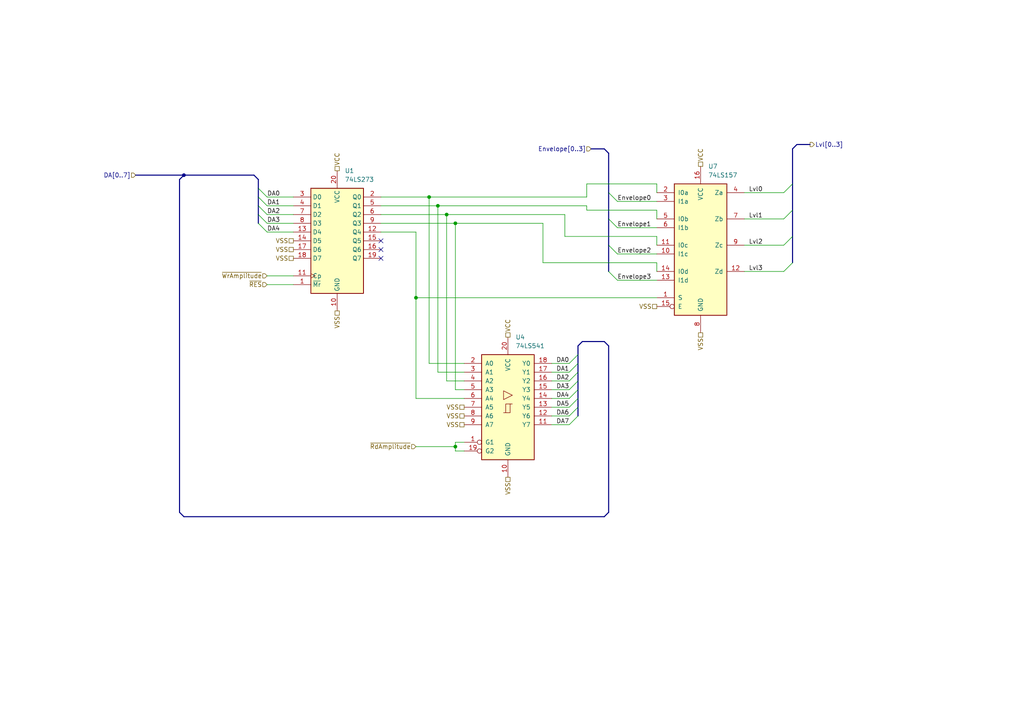
<source format=kicad_sch>
(kicad_sch (version 20230121) (generator eeschema)

  (uuid 9ecc9639-4d95-492b-9143-8d30d4a44c02)

  (paper "A4")

  (lib_symbols
    (symbol "74xx:74LS157" (pin_names (offset 1.016)) (in_bom yes) (on_board yes)
      (property "Reference" "U" (at -7.62 19.05 0)
        (effects (font (size 1.27 1.27)))
      )
      (property "Value" "74LS157" (at -7.62 -21.59 0)
        (effects (font (size 1.27 1.27)))
      )
      (property "Footprint" "" (at 0 0 0)
        (effects (font (size 1.27 1.27)) hide)
      )
      (property "Datasheet" "http://www.ti.com/lit/gpn/sn74LS157" (at 0 0 0)
        (effects (font (size 1.27 1.27)) hide)
      )
      (property "ki_locked" "" (at 0 0 0)
        (effects (font (size 1.27 1.27)))
      )
      (property "ki_keywords" "TTL MUX MUX2" (at 0 0 0)
        (effects (font (size 1.27 1.27)) hide)
      )
      (property "ki_description" "Quad 2 to 1 line Multiplexer" (at 0 0 0)
        (effects (font (size 1.27 1.27)) hide)
      )
      (property "ki_fp_filters" "DIP?16*" (at 0 0 0)
        (effects (font (size 1.27 1.27)) hide)
      )
      (symbol "74LS157_1_0"
        (pin input line (at -12.7 -15.24 0) (length 5.08)
          (name "S" (effects (font (size 1.27 1.27))))
          (number "1" (effects (font (size 1.27 1.27))))
        )
        (pin input line (at -12.7 -2.54 0) (length 5.08)
          (name "I1c" (effects (font (size 1.27 1.27))))
          (number "10" (effects (font (size 1.27 1.27))))
        )
        (pin input line (at -12.7 0 0) (length 5.08)
          (name "I0c" (effects (font (size 1.27 1.27))))
          (number "11" (effects (font (size 1.27 1.27))))
        )
        (pin output line (at 12.7 -7.62 180) (length 5.08)
          (name "Zd" (effects (font (size 1.27 1.27))))
          (number "12" (effects (font (size 1.27 1.27))))
        )
        (pin input line (at -12.7 -10.16 0) (length 5.08)
          (name "I1d" (effects (font (size 1.27 1.27))))
          (number "13" (effects (font (size 1.27 1.27))))
        )
        (pin input line (at -12.7 -7.62 0) (length 5.08)
          (name "I0d" (effects (font (size 1.27 1.27))))
          (number "14" (effects (font (size 1.27 1.27))))
        )
        (pin input inverted (at -12.7 -17.78 0) (length 5.08)
          (name "E" (effects (font (size 1.27 1.27))))
          (number "15" (effects (font (size 1.27 1.27))))
        )
        (pin power_in line (at 0 22.86 270) (length 5.08)
          (name "VCC" (effects (font (size 1.27 1.27))))
          (number "16" (effects (font (size 1.27 1.27))))
        )
        (pin input line (at -12.7 15.24 0) (length 5.08)
          (name "I0a" (effects (font (size 1.27 1.27))))
          (number "2" (effects (font (size 1.27 1.27))))
        )
        (pin input line (at -12.7 12.7 0) (length 5.08)
          (name "I1a" (effects (font (size 1.27 1.27))))
          (number "3" (effects (font (size 1.27 1.27))))
        )
        (pin output line (at 12.7 15.24 180) (length 5.08)
          (name "Za" (effects (font (size 1.27 1.27))))
          (number "4" (effects (font (size 1.27 1.27))))
        )
        (pin input line (at -12.7 7.62 0) (length 5.08)
          (name "I0b" (effects (font (size 1.27 1.27))))
          (number "5" (effects (font (size 1.27 1.27))))
        )
        (pin input line (at -12.7 5.08 0) (length 5.08)
          (name "I1b" (effects (font (size 1.27 1.27))))
          (number "6" (effects (font (size 1.27 1.27))))
        )
        (pin output line (at 12.7 7.62 180) (length 5.08)
          (name "Zb" (effects (font (size 1.27 1.27))))
          (number "7" (effects (font (size 1.27 1.27))))
        )
        (pin power_in line (at 0 -25.4 90) (length 5.08)
          (name "GND" (effects (font (size 1.27 1.27))))
          (number "8" (effects (font (size 1.27 1.27))))
        )
        (pin output line (at 12.7 0 180) (length 5.08)
          (name "Zc" (effects (font (size 1.27 1.27))))
          (number "9" (effects (font (size 1.27 1.27))))
        )
      )
      (symbol "74LS157_1_1"
        (rectangle (start -7.62 17.78) (end 7.62 -20.32)
          (stroke (width 0.254) (type default))
          (fill (type background))
        )
      )
    )
    (symbol "74xx:74LS273" (in_bom yes) (on_board yes)
      (property "Reference" "U" (at -7.62 16.51 0)
        (effects (font (size 1.27 1.27)))
      )
      (property "Value" "74LS273" (at -7.62 -16.51 0)
        (effects (font (size 1.27 1.27)))
      )
      (property "Footprint" "" (at 0 0 0)
        (effects (font (size 1.27 1.27)) hide)
      )
      (property "Datasheet" "http://www.ti.com/lit/gpn/sn74LS273" (at 0 0 0)
        (effects (font (size 1.27 1.27)) hide)
      )
      (property "ki_keywords" "TTL DFF DFF8" (at 0 0 0)
        (effects (font (size 1.27 1.27)) hide)
      )
      (property "ki_description" "8-bit D Flip-Flop, reset" (at 0 0 0)
        (effects (font (size 1.27 1.27)) hide)
      )
      (property "ki_fp_filters" "DIP?20* SO?20* SOIC?20*" (at 0 0 0)
        (effects (font (size 1.27 1.27)) hide)
      )
      (symbol "74LS273_1_0"
        (pin input line (at -12.7 -12.7 0) (length 5.08)
          (name "~{Mr}" (effects (font (size 1.27 1.27))))
          (number "1" (effects (font (size 1.27 1.27))))
        )
        (pin power_in line (at 0 -20.32 90) (length 5.08)
          (name "GND" (effects (font (size 1.27 1.27))))
          (number "10" (effects (font (size 1.27 1.27))))
        )
        (pin input clock (at -12.7 -10.16 0) (length 5.08)
          (name "Cp" (effects (font (size 1.27 1.27))))
          (number "11" (effects (font (size 1.27 1.27))))
        )
        (pin output line (at 12.7 2.54 180) (length 5.08)
          (name "Q4" (effects (font (size 1.27 1.27))))
          (number "12" (effects (font (size 1.27 1.27))))
        )
        (pin input line (at -12.7 2.54 0) (length 5.08)
          (name "D4" (effects (font (size 1.27 1.27))))
          (number "13" (effects (font (size 1.27 1.27))))
        )
        (pin input line (at -12.7 0 0) (length 5.08)
          (name "D5" (effects (font (size 1.27 1.27))))
          (number "14" (effects (font (size 1.27 1.27))))
        )
        (pin output line (at 12.7 0 180) (length 5.08)
          (name "Q5" (effects (font (size 1.27 1.27))))
          (number "15" (effects (font (size 1.27 1.27))))
        )
        (pin output line (at 12.7 -2.54 180) (length 5.08)
          (name "Q6" (effects (font (size 1.27 1.27))))
          (number "16" (effects (font (size 1.27 1.27))))
        )
        (pin input line (at -12.7 -2.54 0) (length 5.08)
          (name "D6" (effects (font (size 1.27 1.27))))
          (number "17" (effects (font (size 1.27 1.27))))
        )
        (pin input line (at -12.7 -5.08 0) (length 5.08)
          (name "D7" (effects (font (size 1.27 1.27))))
          (number "18" (effects (font (size 1.27 1.27))))
        )
        (pin output line (at 12.7 -5.08 180) (length 5.08)
          (name "Q7" (effects (font (size 1.27 1.27))))
          (number "19" (effects (font (size 1.27 1.27))))
        )
        (pin output line (at 12.7 12.7 180) (length 5.08)
          (name "Q0" (effects (font (size 1.27 1.27))))
          (number "2" (effects (font (size 1.27 1.27))))
        )
        (pin power_in line (at 0 20.32 270) (length 5.08)
          (name "VCC" (effects (font (size 1.27 1.27))))
          (number "20" (effects (font (size 1.27 1.27))))
        )
        (pin input line (at -12.7 12.7 0) (length 5.08)
          (name "D0" (effects (font (size 1.27 1.27))))
          (number "3" (effects (font (size 1.27 1.27))))
        )
        (pin input line (at -12.7 10.16 0) (length 5.08)
          (name "D1" (effects (font (size 1.27 1.27))))
          (number "4" (effects (font (size 1.27 1.27))))
        )
        (pin output line (at 12.7 10.16 180) (length 5.08)
          (name "Q1" (effects (font (size 1.27 1.27))))
          (number "5" (effects (font (size 1.27 1.27))))
        )
        (pin output line (at 12.7 7.62 180) (length 5.08)
          (name "Q2" (effects (font (size 1.27 1.27))))
          (number "6" (effects (font (size 1.27 1.27))))
        )
        (pin input line (at -12.7 7.62 0) (length 5.08)
          (name "D2" (effects (font (size 1.27 1.27))))
          (number "7" (effects (font (size 1.27 1.27))))
        )
        (pin input line (at -12.7 5.08 0) (length 5.08)
          (name "D3" (effects (font (size 1.27 1.27))))
          (number "8" (effects (font (size 1.27 1.27))))
        )
        (pin output line (at 12.7 5.08 180) (length 5.08)
          (name "Q3" (effects (font (size 1.27 1.27))))
          (number "9" (effects (font (size 1.27 1.27))))
        )
      )
      (symbol "74LS273_1_1"
        (rectangle (start -7.62 15.24) (end 7.62 -15.24)
          (stroke (width 0.254) (type default))
          (fill (type background))
        )
      )
    )
    (symbol "74xx:74LS541" (pin_names (offset 1.016)) (in_bom yes) (on_board yes)
      (property "Reference" "U" (at -7.62 16.51 0)
        (effects (font (size 1.27 1.27)))
      )
      (property "Value" "74LS541" (at -7.62 -16.51 0)
        (effects (font (size 1.27 1.27)))
      )
      (property "Footprint" "" (at 0 0 0)
        (effects (font (size 1.27 1.27)) hide)
      )
      (property "Datasheet" "http://www.ti.com/lit/gpn/sn74LS541" (at 0 0 0)
        (effects (font (size 1.27 1.27)) hide)
      )
      (property "ki_locked" "" (at 0 0 0)
        (effects (font (size 1.27 1.27)))
      )
      (property "ki_keywords" "TTL BUFFER 3State BUS" (at 0 0 0)
        (effects (font (size 1.27 1.27)) hide)
      )
      (property "ki_description" "8-bit Buffer/Line Driver 3-state outputs" (at 0 0 0)
        (effects (font (size 1.27 1.27)) hide)
      )
      (property "ki_fp_filters" "DIP?20*" (at 0 0 0)
        (effects (font (size 1.27 1.27)) hide)
      )
      (symbol "74LS541_1_0"
        (polyline
          (pts
            (xy -0.635 -1.6002)
            (xy -0.635 0.9398)
            (xy 0.635 0.9398)
          )
          (stroke (width 0) (type default))
          (fill (type none))
        )
        (polyline
          (pts
            (xy -1.27 -1.6002)
            (xy 0.635 -1.6002)
            (xy 0.635 0.9398)
            (xy 1.27 0.9398)
          )
          (stroke (width 0) (type default))
          (fill (type none))
        )
        (polyline
          (pts
            (xy 1.27 3.4798)
            (xy -1.27 4.7498)
            (xy -1.27 2.2098)
            (xy 1.27 3.4798)
          )
          (stroke (width 0.1524) (type default))
          (fill (type none))
        )
        (pin input inverted (at -12.7 -10.16 0) (length 5.08)
          (name "G1" (effects (font (size 1.27 1.27))))
          (number "1" (effects (font (size 1.27 1.27))))
        )
        (pin power_in line (at 0 -20.32 90) (length 5.08)
          (name "GND" (effects (font (size 1.27 1.27))))
          (number "10" (effects (font (size 1.27 1.27))))
        )
        (pin tri_state line (at 12.7 -5.08 180) (length 5.08)
          (name "Y7" (effects (font (size 1.27 1.27))))
          (number "11" (effects (font (size 1.27 1.27))))
        )
        (pin tri_state line (at 12.7 -2.54 180) (length 5.08)
          (name "Y6" (effects (font (size 1.27 1.27))))
          (number "12" (effects (font (size 1.27 1.27))))
        )
        (pin tri_state line (at 12.7 0 180) (length 5.08)
          (name "Y5" (effects (font (size 1.27 1.27))))
          (number "13" (effects (font (size 1.27 1.27))))
        )
        (pin tri_state line (at 12.7 2.54 180) (length 5.08)
          (name "Y4" (effects (font (size 1.27 1.27))))
          (number "14" (effects (font (size 1.27 1.27))))
        )
        (pin tri_state line (at 12.7 5.08 180) (length 5.08)
          (name "Y3" (effects (font (size 1.27 1.27))))
          (number "15" (effects (font (size 1.27 1.27))))
        )
        (pin tri_state line (at 12.7 7.62 180) (length 5.08)
          (name "Y2" (effects (font (size 1.27 1.27))))
          (number "16" (effects (font (size 1.27 1.27))))
        )
        (pin tri_state line (at 12.7 10.16 180) (length 5.08)
          (name "Y1" (effects (font (size 1.27 1.27))))
          (number "17" (effects (font (size 1.27 1.27))))
        )
        (pin tri_state line (at 12.7 12.7 180) (length 5.08)
          (name "Y0" (effects (font (size 1.27 1.27))))
          (number "18" (effects (font (size 1.27 1.27))))
        )
        (pin input inverted (at -12.7 -12.7 0) (length 5.08)
          (name "G2" (effects (font (size 1.27 1.27))))
          (number "19" (effects (font (size 1.27 1.27))))
        )
        (pin input line (at -12.7 12.7 0) (length 5.08)
          (name "A0" (effects (font (size 1.27 1.27))))
          (number "2" (effects (font (size 1.27 1.27))))
        )
        (pin power_in line (at 0 20.32 270) (length 5.08)
          (name "VCC" (effects (font (size 1.27 1.27))))
          (number "20" (effects (font (size 1.27 1.27))))
        )
        (pin input line (at -12.7 10.16 0) (length 5.08)
          (name "A1" (effects (font (size 1.27 1.27))))
          (number "3" (effects (font (size 1.27 1.27))))
        )
        (pin input line (at -12.7 7.62 0) (length 5.08)
          (name "A2" (effects (font (size 1.27 1.27))))
          (number "4" (effects (font (size 1.27 1.27))))
        )
        (pin input line (at -12.7 5.08 0) (length 5.08)
          (name "A3" (effects (font (size 1.27 1.27))))
          (number "5" (effects (font (size 1.27 1.27))))
        )
        (pin input line (at -12.7 2.54 0) (length 5.08)
          (name "A4" (effects (font (size 1.27 1.27))))
          (number "6" (effects (font (size 1.27 1.27))))
        )
        (pin input line (at -12.7 0 0) (length 5.08)
          (name "A5" (effects (font (size 1.27 1.27))))
          (number "7" (effects (font (size 1.27 1.27))))
        )
        (pin input line (at -12.7 -2.54 0) (length 5.08)
          (name "A6" (effects (font (size 1.27 1.27))))
          (number "8" (effects (font (size 1.27 1.27))))
        )
        (pin input line (at -12.7 -5.08 0) (length 5.08)
          (name "A7" (effects (font (size 1.27 1.27))))
          (number "9" (effects (font (size 1.27 1.27))))
        )
      )
      (symbol "74LS541_1_1"
        (rectangle (start -7.62 15.24) (end 7.62 -15.24)
          (stroke (width 0.254) (type default))
          (fill (type background))
        )
      )
    )
  )

  (junction (at 124.46 57.15) (diameter 0) (color 0 0 0 0)
    (uuid 073e0f45-5332-454d-99fc-02b2654ba941)
  )
  (junction (at 127 59.69) (diameter 0) (color 0 0 0 0)
    (uuid 58c8e7a6-148a-4052-bdfb-505aac8c0775)
  )
  (junction (at 132.08 64.77) (diameter 0) (color 0 0 0 0)
    (uuid 7acfde34-6a34-4ee3-9d69-e65faaacd6f5)
  )
  (junction (at 120.65 86.36) (diameter 0) (color 0 0 0 0)
    (uuid 89a02819-e227-4bc0-b86c-6cb9b7532681)
  )
  (junction (at 129.54 62.23) (diameter 0) (color 0 0 0 0)
    (uuid a03ef555-ddf8-4b4c-b7d7-2175d5d8e9c2)
  )
  (junction (at 53.34 50.8) (diameter 0) (color 0 0 0 0)
    (uuid c6bcfaa8-f492-4091-bd29-6e941e21a64f)
  )
  (junction (at 132.08 129.54) (diameter 0) (color 0 0 0 0)
    (uuid ff6e77e5-7be5-4d19-a622-f8d04288bbe8)
  )

  (no_connect (at 110.49 72.39) (uuid 4fa8caf8-b67a-4010-a744-d0b7b3f3598f))
  (no_connect (at 110.49 69.85) (uuid b33948ee-7166-43a7-b340-19477b9c7fef))
  (no_connect (at 110.49 74.93) (uuid e54f01b4-e6f7-45e0-a930-cfc76e922e8a))

  (bus_entry (at 167.64 115.57) (size -2.54 2.54)
    (stroke (width 0) (type default))
    (uuid 096cf595-e90f-4cc5-8992-fed924df19cf)
  )
  (bus_entry (at 229.87 53.34) (size -2.54 2.54)
    (stroke (width 0) (type default))
    (uuid 256e1897-4649-4c53-96af-11d2971cf019)
  )
  (bus_entry (at 176.53 63.5) (size 2.54 2.54)
    (stroke (width 0) (type default))
    (uuid 3eb31a35-87eb-421e-8ec4-8d0c59237712)
  )
  (bus_entry (at 74.93 64.77) (size 2.54 2.54)
    (stroke (width 0) (type default))
    (uuid 3f415a90-bc66-46d6-af24-4032e15e64d1)
  )
  (bus_entry (at 167.64 107.95) (size -2.54 2.54)
    (stroke (width 0) (type default))
    (uuid 3fdf3547-a7d9-4fe8-bbb4-dd47d1260fb0)
  )
  (bus_entry (at 167.64 118.11) (size -2.54 2.54)
    (stroke (width 0) (type default))
    (uuid 460822dd-63d0-4190-8fd3-32230929e9e6)
  )
  (bus_entry (at 176.53 78.74) (size 2.54 2.54)
    (stroke (width 0) (type default))
    (uuid 55a689b1-d4aa-459e-b2af-4c96083c79ca)
  )
  (bus_entry (at 167.64 120.65) (size -2.54 2.54)
    (stroke (width 0) (type default))
    (uuid 6d4be053-f214-4f81-9181-f82b603dc6ee)
  )
  (bus_entry (at 176.53 71.12) (size 2.54 2.54)
    (stroke (width 0) (type default))
    (uuid 7329d49d-6251-4d7d-8af2-c07dd57b39ee)
  )
  (bus_entry (at 229.87 68.58) (size -2.54 2.54)
    (stroke (width 0) (type default))
    (uuid 7cf68093-44e0-4d00-b67d-981135dd6157)
  )
  (bus_entry (at 74.93 62.23) (size 2.54 2.54)
    (stroke (width 0) (type default))
    (uuid 8d7f404f-7b1a-49d4-963a-056181b9c3cd)
  )
  (bus_entry (at 167.64 105.41) (size -2.54 2.54)
    (stroke (width 0) (type default))
    (uuid 926be4c3-66e1-499e-aba1-0f2af6b7f3ff)
  )
  (bus_entry (at 167.64 110.49) (size -2.54 2.54)
    (stroke (width 0) (type default))
    (uuid 99e601cd-53a6-475d-9430-922bc3644f3f)
  )
  (bus_entry (at 229.87 76.2) (size -2.54 2.54)
    (stroke (width 0) (type default))
    (uuid bfd2f88a-3db6-4ac9-a640-be844db2487a)
  )
  (bus_entry (at 74.93 54.61) (size 2.54 2.54)
    (stroke (width 0) (type default))
    (uuid ce4ac0ec-b93e-45c7-88b7-decad4a2f7e8)
  )
  (bus_entry (at 229.87 60.96) (size -2.54 2.54)
    (stroke (width 0) (type default))
    (uuid d813ea6a-afe5-4478-ac74-4f2e1648ad18)
  )
  (bus_entry (at 167.64 113.03) (size -2.54 2.54)
    (stroke (width 0) (type default))
    (uuid d8f8de17-214d-42e4-850c-af59ec74f417)
  )
  (bus_entry (at 74.93 57.15) (size 2.54 2.54)
    (stroke (width 0) (type default))
    (uuid db2f07bb-6f1a-48f4-a26c-541e71b4e511)
  )
  (bus_entry (at 74.93 59.69) (size 2.54 2.54)
    (stroke (width 0) (type default))
    (uuid dd33a71c-4a11-4b4b-b51c-f82d5fb6e2e9)
  )
  (bus_entry (at 167.64 102.87) (size -2.54 2.54)
    (stroke (width 0) (type default))
    (uuid eb64b542-d963-42bb-9dbd-4d2ae7071487)
  )
  (bus_entry (at 176.53 55.88) (size 2.54 2.54)
    (stroke (width 0) (type default))
    (uuid f4198ed1-8e66-47ff-a359-7b74ba8f7cdb)
  )

  (wire (pts (xy 227.33 55.88) (xy 215.9 55.88))
    (stroke (width 0) (type default))
    (uuid 060a6da2-2e0a-4f48-b324-0eaba7c73b78)
  )
  (bus (pts (xy 52.07 148.59) (xy 52.07 52.07))
    (stroke (width 0) (type default))
    (uuid 06316fcf-6f9a-410f-af86-7f41e5f9b29b)
  )

  (wire (pts (xy 129.54 110.49) (xy 129.54 62.23))
    (stroke (width 0) (type default))
    (uuid 06348d19-d5f2-4a7a-a553-7a6e8cdfe783)
  )
  (wire (pts (xy 190.5 53.34) (xy 190.5 55.88))
    (stroke (width 0) (type default))
    (uuid 0a7336d5-c0e5-4d94-b180-d0cbd4b67906)
  )
  (wire (pts (xy 124.46 57.15) (xy 170.18 57.15))
    (stroke (width 0) (type default))
    (uuid 0abefcad-f344-4758-bc5c-481b4c055ff0)
  )
  (bus (pts (xy 231.14 41.91) (xy 234.95 41.91))
    (stroke (width 0) (type default))
    (uuid 0ffb5c18-8d05-4bc9-9e5b-591e1fff7c72)
  )

  (wire (pts (xy 120.65 86.36) (xy 120.65 115.57))
    (stroke (width 0) (type default))
    (uuid 13818671-9920-4bd0-8863-4d2fa3b62264)
  )
  (bus (pts (xy 167.64 115.57) (xy 167.64 118.11))
    (stroke (width 0) (type default))
    (uuid 148a0a6b-a522-47fc-af83-54fb379c014e)
  )
  (bus (pts (xy 74.93 52.07) (xy 74.93 54.61))
    (stroke (width 0) (type default))
    (uuid 162ff562-6641-484d-9b23-2bdffca08350)
  )

  (wire (pts (xy 170.18 53.34) (xy 170.18 57.15))
    (stroke (width 0) (type default))
    (uuid 16a67115-b48e-4304-8da3-3e8003a7d9cf)
  )
  (bus (pts (xy 167.64 118.11) (xy 167.64 120.65))
    (stroke (width 0) (type default))
    (uuid 17113181-7488-418c-9bfc-63a2402e57b8)
  )

  (wire (pts (xy 160.02 120.65) (xy 165.1 120.65))
    (stroke (width 0) (type default))
    (uuid 191e4526-6272-4834-9e10-10258147d12b)
  )
  (bus (pts (xy 74.93 57.15) (xy 74.93 59.69))
    (stroke (width 0) (type default))
    (uuid 1b7b4ea9-8e4c-42a2-82ee-48f39992183a)
  )
  (bus (pts (xy 229.87 43.18) (xy 229.87 53.34))
    (stroke (width 0) (type default))
    (uuid 1d996bc1-ac32-4b16-985d-698145cdebc9)
  )
  (bus (pts (xy 53.34 149.86) (xy 175.26 149.86))
    (stroke (width 0) (type default))
    (uuid 2035f49f-2d02-4f2a-a2db-3ddd4df029b9)
  )

  (wire (pts (xy 134.62 107.95) (xy 127 107.95))
    (stroke (width 0) (type default))
    (uuid 237500b3-576a-4f9a-991a-8d5da331545f)
  )
  (wire (pts (xy 227.33 71.12) (xy 215.9 71.12))
    (stroke (width 0) (type default))
    (uuid 23eeff0a-b77b-4016-b1ca-9d28806f0466)
  )
  (bus (pts (xy 74.93 62.23) (xy 74.93 64.77))
    (stroke (width 0) (type default))
    (uuid 2550efdc-389a-4989-9d99-7aee9c5df287)
  )
  (bus (pts (xy 167.64 100.33) (xy 167.64 102.87))
    (stroke (width 0) (type default))
    (uuid 25eb0c0e-e17f-4111-811d-052a038c68ea)
  )

  (wire (pts (xy 134.62 105.41) (xy 124.46 105.41))
    (stroke (width 0) (type default))
    (uuid 2ccd224f-0a71-4ef3-be8d-798ae66edcfd)
  )
  (bus (pts (xy 176.53 148.59) (xy 175.26 149.86))
    (stroke (width 0) (type default))
    (uuid 2de1f335-ea20-4562-ba42-95223544b14b)
  )

  (wire (pts (xy 132.08 64.77) (xy 157.48 64.77))
    (stroke (width 0) (type default))
    (uuid 2e2f804c-b36b-43e5-b2d9-3f886547e14f)
  )
  (wire (pts (xy 77.47 59.69) (xy 85.09 59.69))
    (stroke (width 0) (type default))
    (uuid 3037d1c4-67e9-4ed6-9e3f-340ed45a98f9)
  )
  (wire (pts (xy 120.65 129.54) (xy 132.08 129.54))
    (stroke (width 0) (type default))
    (uuid 3389c8b9-83cd-4a81-8703-23c0b23c0485)
  )
  (wire (pts (xy 160.02 113.03) (xy 165.1 113.03))
    (stroke (width 0) (type default))
    (uuid 3892c12d-5557-44b3-9b47-17e353b5f6e4)
  )
  (bus (pts (xy 175.26 99.06) (xy 176.53 100.33))
    (stroke (width 0) (type default))
    (uuid 38ccada5-10f9-4691-88e0-a020a8cbd492)
  )

  (wire (pts (xy 157.48 76.2) (xy 190.5 76.2))
    (stroke (width 0) (type default))
    (uuid 38d16201-7bef-4e04-92a3-dbfa88bcc1c9)
  )
  (wire (pts (xy 129.54 62.23) (xy 163.83 62.23))
    (stroke (width 0) (type default))
    (uuid 416ab5f3-7895-4ec8-ac78-0f913cda6e1d)
  )
  (wire (pts (xy 190.5 78.74) (xy 190.5 76.2))
    (stroke (width 0) (type default))
    (uuid 41f12573-360a-45a0-9a87-922f94f751a1)
  )
  (bus (pts (xy 171.45 43.18) (xy 175.26 43.18))
    (stroke (width 0) (type default))
    (uuid 43076957-87db-495c-8485-60768a275f8e)
  )
  (bus (pts (xy 52.07 52.07) (xy 53.34 50.8))
    (stroke (width 0) (type default))
    (uuid 44107081-f252-492a-b6a3-4c5115fa3b28)
  )

  (wire (pts (xy 110.49 64.77) (xy 132.08 64.77))
    (stroke (width 0) (type default))
    (uuid 478c67a8-984f-4ae7-899d-2566cfea6d9f)
  )
  (wire (pts (xy 110.49 67.31) (xy 120.65 67.31))
    (stroke (width 0) (type default))
    (uuid 485e7e98-b8b1-4c04-bfd1-a8400888c8e0)
  )
  (wire (pts (xy 163.83 62.23) (xy 163.83 68.58))
    (stroke (width 0) (type default))
    (uuid 4c3fc325-14ef-4e78-940a-926a24983e67)
  )
  (bus (pts (xy 53.34 50.8) (xy 73.66 50.8))
    (stroke (width 0) (type default))
    (uuid 4f29de73-b004-4215-9462-a7c58007ac52)
  )

  (wire (pts (xy 132.08 128.27) (xy 134.62 128.27))
    (stroke (width 0) (type default))
    (uuid 55e40ac2-2052-4561-a4a8-6deecb0b2eb2)
  )
  (wire (pts (xy 77.47 67.31) (xy 85.09 67.31))
    (stroke (width 0) (type default))
    (uuid 59bd669a-5af8-4421-91d7-060d74918c4b)
  )
  (wire (pts (xy 190.5 63.5) (xy 190.5 60.96))
    (stroke (width 0) (type default))
    (uuid 5a45eba7-3a41-458c-b2a3-08008528d8e1)
  )
  (wire (pts (xy 190.5 71.12) (xy 190.5 68.58))
    (stroke (width 0) (type default))
    (uuid 5b5a0d5a-596d-4437-a6ce-267bc027f64e)
  )
  (wire (pts (xy 127 107.95) (xy 127 59.69))
    (stroke (width 0) (type default))
    (uuid 62bdc3a9-07ea-406e-999d-02a2bf9b52f6)
  )
  (wire (pts (xy 160.02 105.41) (xy 165.1 105.41))
    (stroke (width 0) (type default))
    (uuid 63bd2a3f-bbb3-40f4-9041-0d687b1b2429)
  )
  (bus (pts (xy 168.91 99.06) (xy 167.64 100.33))
    (stroke (width 0) (type default))
    (uuid 6991a5b9-7dc4-4949-adbf-d8cc7443e28d)
  )

  (wire (pts (xy 227.33 63.5) (xy 215.9 63.5))
    (stroke (width 0) (type default))
    (uuid 69d6beaa-849f-4cae-9f2f-161c0860d73d)
  )
  (wire (pts (xy 179.07 58.42) (xy 190.5 58.42))
    (stroke (width 0) (type default))
    (uuid 6aed75ae-b17c-48ee-8b5f-c58a6b1b41ca)
  )
  (bus (pts (xy 167.64 107.95) (xy 167.64 110.49))
    (stroke (width 0) (type default))
    (uuid 6bcdcd9d-b3c1-41d8-82e3-10d09d3869c3)
  )

  (wire (pts (xy 157.48 64.77) (xy 157.48 76.2))
    (stroke (width 0) (type default))
    (uuid 772e079f-03eb-4165-b26b-dbf99ca6a17c)
  )
  (bus (pts (xy 229.87 60.96) (xy 229.87 68.58))
    (stroke (width 0) (type default))
    (uuid 79509855-0777-408f-979c-a0d3ff763972)
  )

  (wire (pts (xy 127 59.69) (xy 170.18 59.69))
    (stroke (width 0) (type default))
    (uuid 7e4b179b-f123-4485-b5e0-408b31b03169)
  )
  (wire (pts (xy 170.18 59.69) (xy 170.18 60.96))
    (stroke (width 0) (type default))
    (uuid 846a5331-1a94-44ee-a1d9-869075ef90a2)
  )
  (bus (pts (xy 168.91 99.06) (xy 175.26 99.06))
    (stroke (width 0) (type default))
    (uuid 8bd8d261-3e13-4106-9e1f-999f0f1189b6)
  )
  (bus (pts (xy 167.64 110.49) (xy 167.64 113.03))
    (stroke (width 0) (type default))
    (uuid 8eccd790-2ec1-4057-aed4-4804ac9eebc4)
  )
  (bus (pts (xy 176.53 63.5) (xy 176.53 71.12))
    (stroke (width 0) (type default))
    (uuid 92b1c51e-4b10-48c1-8e38-fe26caedd76d)
  )

  (wire (pts (xy 170.18 60.96) (xy 190.5 60.96))
    (stroke (width 0) (type default))
    (uuid 9b027e49-0046-4ceb-be2b-0393c4ab4776)
  )
  (bus (pts (xy 74.93 59.69) (xy 74.93 62.23))
    (stroke (width 0) (type default))
    (uuid 9bf3a85c-8135-49f6-bcf5-4d3c9161e4d9)
  )

  (wire (pts (xy 120.65 86.36) (xy 190.5 86.36))
    (stroke (width 0) (type default))
    (uuid 9d229309-e716-4575-98e9-cdcc4aa8165d)
  )
  (bus (pts (xy 176.53 55.88) (xy 176.53 63.5))
    (stroke (width 0) (type default))
    (uuid 9f362c1d-02ca-490f-824f-4e08184a1a9e)
  )

  (wire (pts (xy 132.08 130.81) (xy 132.08 129.54))
    (stroke (width 0) (type default))
    (uuid 9fed932a-5fa2-42e6-988c-6bfc258c9544)
  )
  (bus (pts (xy 176.53 71.12) (xy 176.53 78.74))
    (stroke (width 0) (type default))
    (uuid a022fe5e-c593-46d8-98b6-b03e04d297ee)
  )

  (wire (pts (xy 132.08 64.77) (xy 132.08 113.03))
    (stroke (width 0) (type default))
    (uuid a128e4bc-8696-4280-8356-cf06855b7d67)
  )
  (wire (pts (xy 124.46 57.15) (xy 124.46 105.41))
    (stroke (width 0) (type default))
    (uuid a314115c-78d4-46f6-919b-9129ece4996f)
  )
  (bus (pts (xy 167.64 105.41) (xy 167.64 107.95))
    (stroke (width 0) (type default))
    (uuid a5974a29-7cd2-4e02-ad0f-c9b372a41572)
  )

  (wire (pts (xy 132.08 129.54) (xy 132.08 128.27))
    (stroke (width 0) (type default))
    (uuid a723e805-0483-45ce-a7ce-8b8d3ce2c3cc)
  )
  (wire (pts (xy 110.49 59.69) (xy 127 59.69))
    (stroke (width 0) (type default))
    (uuid a9566a4b-abc0-4df0-9c17-772fd0fb64c4)
  )
  (wire (pts (xy 134.62 113.03) (xy 132.08 113.03))
    (stroke (width 0) (type default))
    (uuid aa470ff9-3b14-4b78-b7ac-82ac5e07bf45)
  )
  (wire (pts (xy 77.47 64.77) (xy 85.09 64.77))
    (stroke (width 0) (type default))
    (uuid aa757551-dfb7-49d0-8c5f-62c5911e3926)
  )
  (wire (pts (xy 163.83 68.58) (xy 190.5 68.58))
    (stroke (width 0) (type default))
    (uuid ac1ddea8-a1e2-448f-a0d3-7a613bbccf08)
  )
  (wire (pts (xy 110.49 57.15) (xy 124.46 57.15))
    (stroke (width 0) (type default))
    (uuid ae1ef7e1-e7fc-419b-96ca-f61eda4be47a)
  )
  (wire (pts (xy 134.62 130.81) (xy 132.08 130.81))
    (stroke (width 0) (type default))
    (uuid b30dee7b-b47a-4335-a14c-68daea586370)
  )
  (wire (pts (xy 160.02 107.95) (xy 165.1 107.95))
    (stroke (width 0) (type default))
    (uuid b4334f97-5d10-4080-bdf4-6d82937ce4bb)
  )
  (wire (pts (xy 77.47 62.23) (xy 85.09 62.23))
    (stroke (width 0) (type default))
    (uuid b495869f-b05d-4c58-8910-a87c23498aa7)
  )
  (wire (pts (xy 179.07 81.28) (xy 190.5 81.28))
    (stroke (width 0) (type default))
    (uuid bc0aa4bf-8bd2-44c4-8950-76060c57958d)
  )
  (wire (pts (xy 160.02 110.49) (xy 165.1 110.49))
    (stroke (width 0) (type default))
    (uuid bcf8b9a2-0b3b-4b1e-a95e-2455fae68a7f)
  )
  (bus (pts (xy 229.87 53.34) (xy 229.87 60.96))
    (stroke (width 0) (type default))
    (uuid c17a7eec-0ae1-4388-9774-31679a72ee8b)
  )
  (bus (pts (xy 39.37 50.8) (xy 53.34 50.8))
    (stroke (width 0) (type default))
    (uuid c3f44969-3071-46f1-a946-dd5874461b61)
  )

  (wire (pts (xy 160.02 118.11) (xy 165.1 118.11))
    (stroke (width 0) (type default))
    (uuid c864011c-e3f6-460c-9583-42d9e57d825b)
  )
  (wire (pts (xy 160.02 123.19) (xy 165.1 123.19))
    (stroke (width 0) (type default))
    (uuid ca8c4779-9606-408f-9bd2-b29ba97dd474)
  )
  (bus (pts (xy 176.53 44.45) (xy 176.53 55.88))
    (stroke (width 0) (type default))
    (uuid cbd23a02-b9ad-4dc6-b15e-2b7c6f29ffae)
  )

  (wire (pts (xy 77.47 57.15) (xy 85.09 57.15))
    (stroke (width 0) (type default))
    (uuid ce01c901-90a0-45a2-a945-160dad185d35)
  )
  (bus (pts (xy 167.64 113.03) (xy 167.64 115.57))
    (stroke (width 0) (type default))
    (uuid cf2001fe-56a2-4ea9-8007-86f6ae60d1ba)
  )

  (wire (pts (xy 227.33 78.74) (xy 215.9 78.74))
    (stroke (width 0) (type default))
    (uuid cf9df53a-8e58-4fbd-93b6-6ad4cdbf8b68)
  )
  (wire (pts (xy 77.47 80.01) (xy 85.09 80.01))
    (stroke (width 0) (type default))
    (uuid d039d3fc-c891-4b9f-b839-0c83f84986f7)
  )
  (bus (pts (xy 231.14 41.91) (xy 229.87 43.18))
    (stroke (width 0) (type default))
    (uuid d1768861-21c2-46bd-8820-412b177f9f66)
  )

  (wire (pts (xy 120.65 115.57) (xy 134.62 115.57))
    (stroke (width 0) (type default))
    (uuid d8a74657-e631-49c7-895a-d6333da580c2)
  )
  (bus (pts (xy 175.26 43.18) (xy 176.53 44.45))
    (stroke (width 0) (type default))
    (uuid da73a747-9652-49d9-ba83-0b4729b473f9)
  )
  (bus (pts (xy 53.34 149.86) (xy 52.07 148.59))
    (stroke (width 0) (type default))
    (uuid ddb58335-2c78-4a13-b650-4dc26d402b2d)
  )

  (wire (pts (xy 179.07 66.04) (xy 190.5 66.04))
    (stroke (width 0) (type default))
    (uuid e306d166-a10d-44a3-9421-7385625ca1bc)
  )
  (bus (pts (xy 176.53 100.33) (xy 176.53 148.59))
    (stroke (width 0) (type default))
    (uuid e3a77f98-65b2-46d5-92f0-8a9845e969fa)
  )

  (wire (pts (xy 77.47 82.55) (xy 85.09 82.55))
    (stroke (width 0) (type default))
    (uuid e436f4a8-bced-4bd5-8cdc-4a5abc0ffc14)
  )
  (wire (pts (xy 160.02 115.57) (xy 165.1 115.57))
    (stroke (width 0) (type default))
    (uuid eb833c23-af22-4480-b5b2-18459edac72b)
  )
  (bus (pts (xy 167.64 102.87) (xy 167.64 105.41))
    (stroke (width 0) (type default))
    (uuid ef2e009b-90d0-4245-82ff-924c34905ff9)
  )

  (wire (pts (xy 120.65 67.31) (xy 120.65 86.36))
    (stroke (width 0) (type default))
    (uuid ef7b1b57-2b83-4d71-b5ae-50baebc1fe8d)
  )
  (wire (pts (xy 110.49 62.23) (xy 129.54 62.23))
    (stroke (width 0) (type default))
    (uuid f196ccdc-d905-4aaa-8443-202a0ef0ec68)
  )
  (bus (pts (xy 74.93 54.61) (xy 74.93 57.15))
    (stroke (width 0) (type default))
    (uuid f1c0345f-50e4-4b6c-b9fa-8f0c5386b879)
  )
  (bus (pts (xy 73.66 50.8) (xy 74.93 52.07))
    (stroke (width 0) (type default))
    (uuid fa5ddec1-a23f-497b-a408-583534fb575e)
  )

  (wire (pts (xy 134.62 110.49) (xy 129.54 110.49))
    (stroke (width 0) (type default))
    (uuid fa6ebe10-1c69-4c4b-aaae-b53f3d36c351)
  )
  (bus (pts (xy 229.87 68.58) (xy 229.87 76.2))
    (stroke (width 0) (type default))
    (uuid fb1f90e4-e0c9-4bde-be1b-68c9ff52d413)
  )

  (wire (pts (xy 170.18 53.34) (xy 190.5 53.34))
    (stroke (width 0) (type default))
    (uuid fc688968-4a29-4afd-992e-d78a58e541e2)
  )
  (wire (pts (xy 179.07 73.66) (xy 190.5 73.66))
    (stroke (width 0) (type default))
    (uuid fd16fec6-7da4-4590-a4e1-ae1fac1cb8fb)
  )

  (label "DA2" (at 165.1 110.49 180) (fields_autoplaced)
    (effects (font (size 1.27 1.27)) (justify right bottom))
    (uuid 1092629e-c649-45dc-953e-e5085d07b4ae)
  )
  (label "Lvl2" (at 217.17 71.12 0) (fields_autoplaced)
    (effects (font (size 1.27 1.27)) (justify left bottom))
    (uuid 2d1a8b43-d3b6-4819-a8ef-56cc874407f8)
  )
  (label "DA4" (at 165.1 115.57 180) (fields_autoplaced)
    (effects (font (size 1.27 1.27)) (justify right bottom))
    (uuid 355cd6a7-4abf-47ef-862f-566a7ae0b439)
  )
  (label "DA2" (at 77.47 62.23 0) (fields_autoplaced)
    (effects (font (size 1.27 1.27)) (justify left bottom))
    (uuid 37b50d8e-b562-4fce-a4df-7622261aa6a8)
  )
  (label "Lvl0" (at 217.17 55.88 0) (fields_autoplaced)
    (effects (font (size 1.27 1.27)) (justify left bottom))
    (uuid 4a186cb1-294f-4edc-8aa6-425bb35c7722)
  )
  (label "DA4" (at 77.47 67.31 0) (fields_autoplaced)
    (effects (font (size 1.27 1.27)) (justify left bottom))
    (uuid 50d141d3-9fe2-4141-883e-3db7749da046)
  )
  (label "Envelope3" (at 179.07 81.28 0) (fields_autoplaced)
    (effects (font (size 1.27 1.27)) (justify left bottom))
    (uuid 6f3d0a45-9af1-427e-b778-c58a0f77cd96)
  )
  (label "DA5" (at 165.1 118.11 180) (fields_autoplaced)
    (effects (font (size 1.27 1.27)) (justify right bottom))
    (uuid 8794ec5d-e6d2-4eb9-88ea-7da13999fc35)
  )
  (label "DA0" (at 165.1 105.41 180) (fields_autoplaced)
    (effects (font (size 1.27 1.27)) (justify right bottom))
    (uuid a5e853e4-c6aa-413e-ad17-9670cb32a705)
  )
  (label "DA3" (at 165.1 113.03 180) (fields_autoplaced)
    (effects (font (size 1.27 1.27)) (justify right bottom))
    (uuid a9c6f5f9-cedb-4f7a-aad7-042e945daf71)
  )
  (label "Envelope2" (at 179.07 73.66 0) (fields_autoplaced)
    (effects (font (size 1.27 1.27)) (justify left bottom))
    (uuid ae9f2e6e-214c-432a-8dcb-f730552c413c)
  )
  (label "DA1" (at 165.1 107.95 180) (fields_autoplaced)
    (effects (font (size 1.27 1.27)) (justify right bottom))
    (uuid bb5fd45e-687d-46e4-895d-130cdc50a4ce)
  )
  (label "Lvl3" (at 217.17 78.74 0) (fields_autoplaced)
    (effects (font (size 1.27 1.27)) (justify left bottom))
    (uuid cef315c1-3ca0-49f1-b612-9bc1827e158d)
  )
  (label "DA1" (at 77.47 59.69 0) (fields_autoplaced)
    (effects (font (size 1.27 1.27)) (justify left bottom))
    (uuid d36f7e5b-b113-4c90-8d27-dab2ad332694)
  )
  (label "DA3" (at 77.47 64.77 0) (fields_autoplaced)
    (effects (font (size 1.27 1.27)) (justify left bottom))
    (uuid d3b350a6-9d57-4725-b08a-fc41495587f3)
  )
  (label "DA7" (at 165.1 123.19 180) (fields_autoplaced)
    (effects (font (size 1.27 1.27)) (justify right bottom))
    (uuid e157cf67-dcf6-4ac8-a0c2-f9be08d9ecb6)
  )
  (label "Envelope0" (at 179.07 58.42 0) (fields_autoplaced)
    (effects (font (size 1.27 1.27)) (justify left bottom))
    (uuid e6365bd2-04f8-4b18-99f3-abcb9abe56cd)
  )
  (label "DA0" (at 77.47 57.15 0) (fields_autoplaced)
    (effects (font (size 1.27 1.27)) (justify left bottom))
    (uuid ee417d81-c672-4c34-8da4-e2e21b4ff3e1)
  )
  (label "Envelope1" (at 179.07 66.04 0) (fields_autoplaced)
    (effects (font (size 1.27 1.27)) (justify left bottom))
    (uuid f28d6dd9-0f47-480c-a6d5-b3c1c28741ab)
  )
  (label "DA6" (at 165.1 120.65 180) (fields_autoplaced)
    (effects (font (size 1.27 1.27)) (justify right bottom))
    (uuid f49ce9b0-c5d7-41ba-b7f2-504ae017752d)
  )
  (label "Lvl1" (at 217.17 63.5 0) (fields_autoplaced)
    (effects (font (size 1.27 1.27)) (justify left bottom))
    (uuid fd6e3e09-1b90-4254-a2ea-ff9f84cdbb93)
  )

  (hierarchical_label "VSS" (shape passive) (at 134.62 120.65 180) (fields_autoplaced)
    (effects (font (size 1.27 1.27)) (justify right))
    (uuid 0a6b9d4a-dae5-4a7a-b24f-1575e060559d)
  )
  (hierarchical_label "VCC" (shape passive) (at 203.2 48.26 90) (fields_autoplaced)
    (effects (font (size 1.27 1.27)) (justify left))
    (uuid 31a7c6a9-d8e8-4ad3-a791-2af981da4de1)
  )
  (hierarchical_label "VSS" (shape passive) (at 97.79 90.17 270) (fields_autoplaced)
    (effects (font (size 1.27 1.27)) (justify right))
    (uuid 35aba3e6-53e1-4b48-aebc-e34db50e7dca)
  )
  (hierarchical_label "DA[0..7]" (shape input) (at 39.37 50.8 180) (fields_autoplaced)
    (effects (font (size 1.27 1.27)) (justify right))
    (uuid 3c1673a0-8aec-447d-9bd6-463c3d8c9fcd)
  )
  (hierarchical_label "VCC" (shape passive) (at 147.32 97.79 90) (fields_autoplaced)
    (effects (font (size 1.27 1.27)) (justify left))
    (uuid 4c6437d0-de43-48e2-ad73-3cb91435e495)
  )
  (hierarchical_label "VSS" (shape passive) (at 85.09 74.93 180) (fields_autoplaced)
    (effects (font (size 1.27 1.27)) (justify right))
    (uuid 5832600d-afbf-4623-acee-22b0e2c2856e)
  )
  (hierarchical_label "VSS" (shape passive) (at 85.09 69.85 180) (fields_autoplaced)
    (effects (font (size 1.27 1.27)) (justify right))
    (uuid 64ab180f-fe42-454c-bdef-5cb8c81984f4)
  )
  (hierarchical_label "~{RES}" (shape input) (at 77.47 82.55 180) (fields_autoplaced)
    (effects (font (size 1.27 1.27)) (justify right))
    (uuid 69c2fba0-b6de-4f07-bba6-79dc14022629)
  )
  (hierarchical_label "VCC" (shape passive) (at 97.79 49.53 90) (fields_autoplaced)
    (effects (font (size 1.27 1.27)) (justify left))
    (uuid 6d7cc188-24c2-4deb-985f-73794a029132)
  )
  (hierarchical_label "VSS" (shape passive) (at 203.2 96.52 270) (fields_autoplaced)
    (effects (font (size 1.27 1.27)) (justify right))
    (uuid 9aa39ba0-812f-4f5e-861d-d5d8cdcee3bd)
  )
  (hierarchical_label "VSS" (shape passive) (at 190.5 88.9 180) (fields_autoplaced)
    (effects (font (size 1.27 1.27)) (justify right))
    (uuid ad0bc374-68ad-4657-a089-9b87e374772e)
  )
  (hierarchical_label "VSS" (shape passive) (at 134.62 118.11 180) (fields_autoplaced)
    (effects (font (size 1.27 1.27)) (justify right))
    (uuid b04c9603-ebdf-4b0b-aa50-5808f2bb8c40)
  )
  (hierarchical_label "~{RdAmplitude}" (shape input) (at 120.65 129.54 180) (fields_autoplaced)
    (effects (font (size 1.27 1.27)) (justify right))
    (uuid b64bee37-3236-4eb3-a9d3-b0c2970db24a)
  )
  (hierarchical_label "Envelope[0..3]" (shape input) (at 171.45 43.18 180) (fields_autoplaced)
    (effects (font (size 1.27 1.27)) (justify right))
    (uuid c6f5c2c2-2f68-4f34-8b4d-6b245e00ce70)
  )
  (hierarchical_label "Lvl[0..3]" (shape output) (at 234.95 41.91 0) (fields_autoplaced)
    (effects (font (size 1.27 1.27)) (justify left))
    (uuid d052036f-a10c-4db9-a4eb-60939c09f44a)
  )
  (hierarchical_label "VSS" (shape passive) (at 147.32 138.43 270) (fields_autoplaced)
    (effects (font (size 1.27 1.27)) (justify right))
    (uuid ece864a8-e543-454b-ba93-7bc30988e959)
  )
  (hierarchical_label "~{WrAmplitude}" (shape input) (at 77.47 80.01 180) (fields_autoplaced)
    (effects (font (size 1.27 1.27)) (justify right))
    (uuid ef0cc59f-bd0e-473f-948d-c7a2cc94da8c)
  )
  (hierarchical_label "VSS" (shape passive) (at 134.62 123.19 180) (fields_autoplaced)
    (effects (font (size 1.27 1.27)) (justify right))
    (uuid ef735f6d-ff76-4c1e-b2a3-b88783da5e88)
  )
  (hierarchical_label "VSS" (shape passive) (at 85.09 72.39 180) (fields_autoplaced)
    (effects (font (size 1.27 1.27)) (justify right))
    (uuid f4ecf6c7-19a8-44d5-adc6-d98a86e69d32)
  )

  (symbol (lib_id "74xx:74LS157") (at 203.2 71.12 0) (unit 1)
    (in_bom yes) (on_board yes) (dnp no) (fields_autoplaced)
    (uuid 17bcab8c-3229-4b3e-8a79-9493a5537ff4)
    (property "Reference" "U7" (at 205.3941 48.26 0)
      (effects (font (size 1.27 1.27)) (justify left))
    )
    (property "Value" "74LS157" (at 205.3941 50.8 0)
      (effects (font (size 1.27 1.27)) (justify left))
    )
    (property "Footprint" "" (at 203.2 71.12 0)
      (effects (font (size 1.27 1.27)) hide)
    )
    (property "Datasheet" "http://www.ti.com/lit/gpn/sn74LS157" (at 203.2 71.12 0)
      (effects (font (size 1.27 1.27)) hide)
    )
    (pin "1" (uuid fd518857-aa07-4003-8603-4a9d548d6e54))
    (pin "10" (uuid 83d5c8f1-9bc8-4172-870b-93a0e8085da0))
    (pin "11" (uuid 0538e220-75a7-42ee-861e-8c1fa9da83eb))
    (pin "12" (uuid aba31bc0-fa82-4c08-bdde-06ca4453d382))
    (pin "13" (uuid 1dc52669-6788-419b-b569-ffb1daee8ecf))
    (pin "14" (uuid 28d655e0-3bbb-4093-afd8-09eada674c31))
    (pin "15" (uuid b14395f8-04ea-4c7c-b70c-be01234bfbf7))
    (pin "16" (uuid 3b5c02c0-2e85-4d8d-896b-f93710aef56a))
    (pin "2" (uuid 277f01c7-a2d6-449a-b5a4-78183b19717a))
    (pin "3" (uuid c2713e23-cc6b-45d6-abf3-3167d35edbd6))
    (pin "4" (uuid 27f22fd9-2d08-4f93-8492-deb7ba2d206a))
    (pin "5" (uuid 80787b60-4ea2-4c66-9fda-9c267b04404c))
    (pin "6" (uuid fe3e0444-3d87-49d4-befa-bcb60ee99b1e))
    (pin "7" (uuid 2fa312c2-d192-4c6b-84d5-35b43c5b574f))
    (pin "8" (uuid f93607c6-b8b8-4ed8-84ab-a98c334b8beb))
    (pin "9" (uuid 17c88629-a133-41d1-947d-31b0c2d49d58))
    (instances
      (project "Discrete-AY-3-8910"
        (path "/8eef740d-8da3-42da-ac6f-9d6f12e017d3/a0660ef8-b015-4a8d-a11a-bd49f7a33e9b"
          (reference "U7") (unit 1)
        )
        (path "/8eef740d-8da3-42da-ac6f-9d6f12e017d3/1cdb74a1-9ea8-47d4-82df-aaa6a6f7cd0f"
          (reference "U8") (unit 1)
        )
        (path "/8eef740d-8da3-42da-ac6f-9d6f12e017d3/74a8adfd-93f4-4bdf-84b7-ca24545c8c87"
          (reference "U9") (unit 1)
        )
      )
    )
  )

  (symbol (lib_id "74xx:74LS541") (at 147.32 118.11 0) (unit 1)
    (in_bom yes) (on_board yes) (dnp no) (fields_autoplaced)
    (uuid a7e845db-38c7-48b1-9343-44c1a56a2a23)
    (property "Reference" "U4" (at 149.5141 97.79 0)
      (effects (font (size 1.27 1.27)) (justify left))
    )
    (property "Value" "74LS541" (at 149.5141 100.33 0)
      (effects (font (size 1.27 1.27)) (justify left))
    )
    (property "Footprint" "" (at 147.32 118.11 0)
      (effects (font (size 1.27 1.27)) hide)
    )
    (property "Datasheet" "http://www.ti.com/lit/gpn/sn74LS541" (at 147.32 118.11 0)
      (effects (font (size 1.27 1.27)) hide)
    )
    (pin "1" (uuid 392a1ae6-7f56-4374-8d59-d68c51014831))
    (pin "10" (uuid 4e95ae60-39fa-483b-8c57-4af38ba12f15))
    (pin "11" (uuid 8ea5fcf4-180f-4f10-bc12-d723405110ec))
    (pin "12" (uuid ef8f2041-ce38-4eb9-9a95-90d3879583fa))
    (pin "13" (uuid c54ea716-fdf1-40bc-9f03-db8228670293))
    (pin "14" (uuid 8bd7a9bc-0e9c-4c7b-bb7b-4133645ecf1d))
    (pin "15" (uuid d8d7ccbe-c259-4160-ad96-7a40fd3f6d80))
    (pin "16" (uuid ebd4c6ae-7789-44ac-ab77-4de4c66ece68))
    (pin "17" (uuid 5ea9ba00-0e96-400e-ba19-bfb022f8da1b))
    (pin "18" (uuid 085824f1-3fbd-42ee-add7-b397719f2f44))
    (pin "19" (uuid c2cb5583-bb8b-4b81-a5ad-3521445a7dcb))
    (pin "2" (uuid 0bd3a4ac-e08b-4f8b-b6b4-cfd94da42e8f))
    (pin "20" (uuid 39b8a976-404a-4eb8-bbd5-736ab194f0d3))
    (pin "3" (uuid aadc375d-81d2-4345-ae07-30f10dc56f37))
    (pin "4" (uuid d058acfe-ae6b-4ab8-9869-dbf20ddf7e11))
    (pin "5" (uuid 71980a48-d481-471f-8c2d-694dad2ad4ae))
    (pin "6" (uuid 56012cae-b653-4b51-8d2f-1b5aedc20136))
    (pin "7" (uuid 00e0ee3a-931c-425f-8c01-31939001a4db))
    (pin "8" (uuid ec8a8e06-8816-4447-9292-de919da40d31))
    (pin "9" (uuid b5769b40-0cfe-4d99-a18e-4f486e2f440f))
    (instances
      (project "Discrete-AY-3-8910"
        (path "/8eef740d-8da3-42da-ac6f-9d6f12e017d3/a0660ef8-b015-4a8d-a11a-bd49f7a33e9b"
          (reference "U4") (unit 1)
        )
        (path "/8eef740d-8da3-42da-ac6f-9d6f12e017d3/1cdb74a1-9ea8-47d4-82df-aaa6a6f7cd0f"
          (reference "U5") (unit 1)
        )
        (path "/8eef740d-8da3-42da-ac6f-9d6f12e017d3/74a8adfd-93f4-4bdf-84b7-ca24545c8c87"
          (reference "U6") (unit 1)
        )
      )
    )
  )

  (symbol (lib_id "74xx:74LS273") (at 97.79 69.85 0) (unit 1)
    (in_bom yes) (on_board yes) (dnp no) (fields_autoplaced)
    (uuid e9017bfa-9f7f-42d9-be0f-4340bf2de0c0)
    (property "Reference" "U1" (at 99.9841 49.53 0)
      (effects (font (size 1.27 1.27)) (justify left))
    )
    (property "Value" "74LS273" (at 99.9841 52.07 0)
      (effects (font (size 1.27 1.27)) (justify left))
    )
    (property "Footprint" "" (at 97.79 69.85 0)
      (effects (font (size 1.27 1.27)) hide)
    )
    (property "Datasheet" "http://www.ti.com/lit/gpn/sn74LS273" (at 97.79 69.85 0)
      (effects (font (size 1.27 1.27)) hide)
    )
    (pin "1" (uuid 9f277d15-ff40-462c-bff6-762ac525aa95))
    (pin "10" (uuid 90e90aaf-795d-417a-998a-2d9e3f281a1e))
    (pin "11" (uuid f526d529-f9bd-45f5-9091-d3b165f94d80))
    (pin "12" (uuid ff63fbad-c5d7-4d29-a9a1-295e05a4f6d3))
    (pin "13" (uuid cc5e9a86-7f6e-46f1-bb77-cce854381fa2))
    (pin "14" (uuid b8a37d0d-93ba-420f-92d1-0ba367a58a6f))
    (pin "15" (uuid e1f7c7bc-6cee-4265-93c5-db089dff911b))
    (pin "16" (uuid 86d200ed-2cbb-48f7-8662-a0c1a8c139e1))
    (pin "17" (uuid 785e0e2b-07eb-4263-9e88-bb6ce5252c5c))
    (pin "18" (uuid 2b2ebbfb-165b-49cd-8d5f-7808981d64ab))
    (pin "19" (uuid 43aa0491-966a-412b-b6ef-be41ba930dcd))
    (pin "2" (uuid 75688030-1e41-4c76-829b-aa920523c9fa))
    (pin "20" (uuid b8e69c00-9a9c-4bad-9a09-ef133730b92c))
    (pin "3" (uuid 00a422c6-98ff-413e-8a55-40e70603a688))
    (pin "4" (uuid ec8ad385-12b6-4ab4-a23d-53e887c2786f))
    (pin "5" (uuid f8e3719d-82b9-40ae-8d10-68944a28cebb))
    (pin "6" (uuid 1ab9e736-9661-4606-b709-08e8a83dc1a6))
    (pin "7" (uuid a6d69fb1-a8c2-48b1-bd11-fb207cc89d51))
    (pin "8" (uuid ba45807c-4a7d-40a6-8059-6be139568d92))
    (pin "9" (uuid e8125116-e52e-4363-8e93-6ad8640a561a))
    (instances
      (project "Discrete-AY-3-8910"
        (path "/8eef740d-8da3-42da-ac6f-9d6f12e017d3/a0660ef8-b015-4a8d-a11a-bd49f7a33e9b"
          (reference "U1") (unit 1)
        )
        (path "/8eef740d-8da3-42da-ac6f-9d6f12e017d3/1cdb74a1-9ea8-47d4-82df-aaa6a6f7cd0f"
          (reference "U2") (unit 1)
        )
        (path "/8eef740d-8da3-42da-ac6f-9d6f12e017d3/74a8adfd-93f4-4bdf-84b7-ca24545c8c87"
          (reference "U3") (unit 1)
        )
      )
    )
  )
)

</source>
